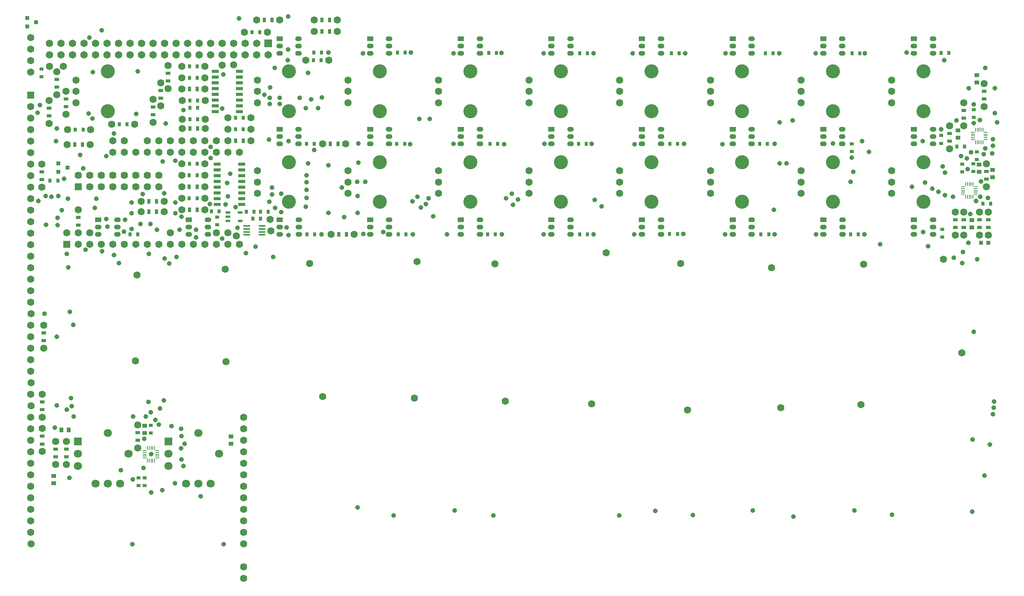
<source format=gts>
%FSLAX33Y33*%
%MOMM*%
%AMRect-W741421-H941421-RO1.000*
21,1,0.741421,0.941421,0.,0.,180*%
%AMRR-H1089615-W1469615-R544807-RO0.000*
21,1,0.380001,1.089615,0.,0.,360*
21,1,1.469615,0.000001,0.,0.,360*
1,1,1.089614,-0.1900005,0.0000005*
1,1,1.089614,0.1900005,0.0000005*
1,1,1.089614,0.1900005,-0.0000005*
1,1,1.089614,-0.1900005,-0.0000005*%
%AMRR-H192474-W893701-R96237-RO0.000*
21,1,0.701227,0.192474,0.,0.,360*
1,1,0.192474,-0.3506135,0.*
1,1,0.192474,0.3506135,0.*
1,1,0.192474,0.3506135,-0.*
1,1,0.192474,-0.3506135,0.*%
%AMRR-H893701-W192474-R96237-RO0.000*
21,1,0.192474,0.701227,0.,0.,360*
1,1,0.192474,0.,0.3506135*
1,1,0.192474,0.,0.3506135*
1,1,0.192474,0.,-0.3506135*
1,1,0.192474,-0.,-0.3506135*%
%AMRect-W670710-H870710-RO0.500*
21,1,0.67071,0.87071,0.,0.,270*%
%AMRect-W842120-H941421-RO0.500*
21,1,0.84212,0.941421,0.,0.,270*%
%AMRect-W741421-H941421-RO1.500*
21,1,0.741421,0.941421,0.,0.,90*%
%AMRect-W800000-H900000-RO0.500*
21,1,0.8,0.9,0.,0.,270*%
%AMRect-W741421-H941421-RO0.500*
21,1,0.741421,0.941421,0.,0.,270*%
%AMRect-W670710-H870710-RO1.000*
21,1,0.67071,0.87071,0.,0.,180*%
%AMRect-W842120-H941421-RO1.500*
21,1,0.84212,0.941421,0.,0.,90*%
%AMRect-W670710-H870710-RO1.500*
21,1,0.67071,0.87071,0.,0.,90*%
%AMRect-W893701-H192474-RO1.000*
21,1,0.893701,0.192474,0.,0.,180*%
%AMRR-H192474-W893701-R96237-RO1.000*
21,1,0.701227,0.192474,0.,0.,180*
1,1,0.192474,0.3506135,-0.*
1,1,0.192474,-0.3506135,-0.*
1,1,0.192474,-0.3506135,0.*
1,1,0.192474,0.3506135,0.*%
%AMRR-H893701-W192474-R96237-RO1.000*
21,1,0.192474,0.701227,0.,0.,180*
1,1,0.192474,0.,-0.3506135*
1,1,0.192474,-0.,-0.3506135*
1,1,0.192474,-0.,0.3506135*
1,1,0.192474,0.,0.3506135*%
%AMRect-W1650000-H1650000-RO0.500*
21,1,1.65,1.65,0.,0.,270*%
%AMRect-W842120-H941421-RO1.000*
21,1,0.84212,0.941421,0.,0.,180*%
%AMRect-W600000-H1500000-RO1.500*
21,1,0.6,1.5,0.,0.,90*%
%AMRect-W1600000-H1600000-RO0.500*
21,1,1.6,1.6,0.,0.,270*%
%AMRect-W1600000-H300000-RO1.000*
21,1,1.6,0.3,0.,0.,180*%
%AMRR-H300000-W1600000-R150000-RO1.000*
21,1,1.3,0.3,0.,0.,180*
1,1,0.3,0.65,-0.*
1,1,0.3,-0.65,-0.*
1,1,0.3,-0.65,0.*
1,1,0.3,0.65,0.*%
%AMRR-H300000-W1600000-R150000-RO0.000*
21,1,1.3,0.3,0.,0.,360*
1,1,0.3,-0.65,0.*
1,1,0.3,0.65,0.*
1,1,0.3,0.65,-0.*
1,1,0.3,-0.65,0.*%
%ADD10C,1.0668*%
%ADD11C,1.6*%
%ADD12Rect-W741421-H941421-RO1.000*%
%ADD13R,0.67071X0.87071*%
%ADD14R,1.469615X1.089615*%
%ADD15RR-H1089615-W1469615-R544807-RO0.000*%
%ADD16C,1.6*%
%ADD17R,1.8X1.8*%
%ADD18C,1.8*%
%ADD19R,0.741421X0.941421*%
%ADD20C,1.6*%
%ADD21R,0.893701X0.192474*%
%ADD22RR-H192474-W893701-R96237-RO0.000*%
%ADD23RR-H893701-W192474-R96237-RO0.000*%
%ADD24Rect-W670710-H870710-RO0.500*%
%ADD25Rect-W842120-H941421-RO0.500*%
%ADD26C,3.1*%
%ADD27C,1.6*%
%ADD28Rect-W741421-H941421-RO1.500*%
%ADD29Rect-W800000-H900000-RO0.500*%
%ADD30R,1.62X1.62*%
%ADD31C,1.62*%
%ADD32Rect-W741421-H941421-RO0.500*%
%ADD33Rect-W670710-H870710-RO1.000*%
%ADD34Rect-W842120-H941421-RO1.500*%
%ADD35Rect-W670710-H870710-RO1.500*%
%ADD36R,1.6X1.6*%
%ADD37Rect-W893701-H192474-RO1.000*%
%ADD38RR-H192474-W893701-R96237-RO1.000*%
%ADD39RR-H893701-W192474-R96237-RO1.000*%
%ADD40C,1.65*%
%ADD41Rect-W1650000-H1650000-RO0.500*%
%ADD42R,1.05X0.6*%
%ADD43Rect-W842120-H941421-RO1.000*%
%ADD44Rect-W600000-H1500000-RO1.500*%
%ADD45R,0.84212X0.941421*%
%ADD46Rect-W1600000-H1600000-RO0.500*%
%ADD47Rect-W1600000-H300000-RO1.000*%
%ADD48RR-H300000-W1600000-R150000-RO1.000*%
%ADD49RR-H300000-W1600000-R150000-RO0.000*%
D10*
%LNtop solder mask_traces*%
G01*
X206550Y86736D03*
X34925Y85500D03*
X5017Y106950D03*
X196309Y118554D03*
X55765Y107225D03*
X90825Y86425D03*
X66400Y106275D03*
X210725Y17275D03*
X200325Y89875D03*
X31275Y36450D03*
X18700Y74725D03*
X210375Y82900D03*
X59792Y126500D03*
X109125Y87400D03*
X12052Y40500D03*
X21365Y73850D03*
X8718Y101803D03*
X156210Y78445D03*
X28376Y38225D03*
X207294Y103556D03*
X27750Y87308D03*
X52584Y75750D03*
X63850Y88275D03*
X8300Y35775D03*
X213475Y25175D03*
X199848Y98990D03*
X116332Y98445D03*
X68700Y83175D03*
X36244Y82325D03*
X64235Y94125D03*
X215175Y96333D03*
X19650Y81800D03*
X67218Y108687D03*
X8750Y40675D03*
X75150Y83185D03*
X21325Y100725D03*
X215575Y41525D03*
X4656Y85825D03*
X186495Y98990D03*
X12400Y58425D03*
X127229Y78475D03*
X215300Y97975D03*
X8875Y80445D03*
X90175Y85100D03*
X203350Y87821D03*
X88775Y103925D03*
X201016Y75844D03*
X204225Y93400D03*
X156362Y118445D03*
X187096Y118450D03*
X211060Y103022D03*
X212500Y86736D03*
X206705Y73304D03*
X23800Y81645D03*
X63675Y106275D03*
X197450Y88925D03*
X36275Y28725D03*
X29016Y41450D03*
X42725Y95325D03*
X213267Y96150D03*
X208340Y95725D03*
X135865Y118445D03*
X75336Y94310D03*
X109400Y84950D03*
X209600Y95175D03*
X86919Y118575D03*
X7600Y86725D03*
X55640Y85670D03*
X29550Y29971D03*
X8750Y55850D03*
X10975Y74150D03*
X76417Y78562D03*
X71671Y88775D03*
X36150Y35540D03*
X116180Y78445D03*
X9100Y86875D03*
X30887Y79481D03*
X31525Y39990D03*
X50475Y74261D03*
X187975Y96660D03*
X211060Y107163D03*
X23580Y79025D03*
X214650Y32075D03*
X26625Y114422D03*
X190475Y76212D03*
X13925Y95975D03*
X15981Y121900D03*
X127229Y118425D03*
X18650Y123475D03*
X39500Y79500D03*
X186950Y78450D03*
X19950Y80125D03*
X39484Y77750D03*
X146990Y78500D03*
X10975Y39750D03*
X6000Y60960D03*
X176200Y118445D03*
X147396Y118425D03*
X8592Y99035D03*
X29554Y21488D03*
X149125Y16450D03*
X215775Y110675D03*
X45466Y113716D03*
X210015Y110693D03*
X36700Y105855D03*
X15100Y75050D03*
X48600Y79900D03*
X128975Y84625D03*
X35843Y79431D03*
X204750Y92116D03*
X36150Y31164D03*
X8875Y82085D03*
X116154Y118445D03*
X54550Y109225D03*
X168199Y118450D03*
X33550Y72050D03*
X215500Y40175D03*
X6325Y86875D03*
X169800Y94125D03*
X107865Y86400D03*
X210490Y96590D03*
X16650Y104050D03*
X25450Y10025D03*
X32106Y94500D03*
X96317Y98445D03*
X72187Y82296D03*
X171150Y103625D03*
X75150Y86950D03*
X76860Y90068D03*
X96575Y17450D03*
X201975Y88525D03*
X35125Y73450D03*
X34925Y94700D03*
X184510Y92275D03*
X40525Y20650D03*
X180035Y98552D03*
X45985Y85055D03*
X208559Y72060D03*
X107467Y98323D03*
X17475Y86284D03*
X178003Y118445D03*
X36650Y27300D03*
X29421Y80750D03*
X32775Y102900D03*
X215350Y38725D03*
X204591Y116916D03*
X136246Y98349D03*
X6400Y80550D03*
X48231Y84494D03*
X91025Y103925D03*
X184800Y17450D03*
X11650Y61325D03*
X214224Y86450D03*
X12500Y38225D03*
X215300Y99471D03*
X68707Y118554D03*
X105075Y16425D03*
X58304Y87454D03*
X45600Y10000D03*
X25265Y83142D03*
X193075Y16575D03*
X32489Y87525D03*
X46330Y89810D03*
X68704Y93675D03*
X147142Y98445D03*
X215775Y105175D03*
X34925Y83075D03*
X86766Y98349D03*
X176301Y78450D03*
X212675Y90148D03*
X110500Y86175D03*
X17165Y84322D03*
X19700Y95750D03*
X62331Y108550D03*
X47015Y91829D03*
X32410Y41750D03*
X75336Y98480D03*
X29454Y39125D03*
X167157Y98445D03*
X167157Y78450D03*
X26311Y105000D03*
X204750Y87075D03*
X27844Y26925D03*
X57950Y107225D03*
X209956Y76581D03*
X136169Y78445D03*
X34825Y23500D03*
X32000Y22000D03*
X55765Y108550D03*
X96291Y118445D03*
X56856Y115189D03*
X46482Y86850D03*
X58297Y83400D03*
X91821Y82398D03*
X168250Y94125D03*
X64850Y108225D03*
X89070Y84375D03*
X28050Y33331D03*
X87351Y78450D03*
X14605Y93029D03*
X42554Y85104D03*
X132900Y16375D03*
X59848Y78303D03*
X45250Y77535D03*
X211600Y85806D03*
X15750Y105100D03*
X16675Y114249D03*
X29075Y74125D03*
X213677Y97392D03*
X25601Y38225D03*
X25280Y85505D03*
X88350Y86725D03*
X25225Y79675D03*
X55575Y99339D03*
X87200Y85700D03*
X27203Y80750D03*
X80775Y78990D03*
X183900Y90025D03*
X67158Y78445D03*
X56225Y87250D03*
X32500Y73150D03*
X55850Y110875D03*
X212421Y103705D03*
X184200Y95377D03*
X57981Y108550D03*
X64198Y114071D03*
X140800Y17375D03*
X48975Y126111D03*
X63825Y91450D03*
X36275Y33921D03*
X171350Y16100D03*
X65600Y97075D03*
X127475Y86050D03*
X56525Y73491D03*
X76302Y118445D03*
X42725Y97714D03*
X25500Y24380D03*
X63671Y84550D03*
X210875Y33125D03*
X209750Y92838D03*
X9850Y83790D03*
X216275Y103200D03*
X167000Y83875D03*
X208767Y74524D03*
X11287Y71200D03*
X22887Y26388D03*
X36906Y32207D03*
X56225Y88764D03*
X10350Y90750D03*
X22500Y72100D03*
X30485Y37490D03*
X59792Y119232D03*
X63825Y86500D03*
X213625Y115200D03*
X59700Y116850D03*
X75150Y18200D03*
X11218Y86300D03*
X59487Y79930D03*
X106934Y78445D03*
X56900Y84252D03*
X34050Y36144D03*
X94894Y78445D03*
X59848Y98990D03*
X126797Y98445D03*
X75006Y90068D03*
X11520Y24654D03*
X203875Y101645D03*
X11850Y42325D03*
X168294Y103175D03*
X211825Y72975D03*
X162325Y17525D03*
X4500Y105290D03*
X106883Y118475D03*
X211125Y56975D03*
X155677Y98323D03*
X199945Y78990D03*
X83125Y16425D03*
X63825Y90000D03*
X45244Y106250D03*
%LNtop solder mask component 2cb417fd89b64ff1*%
D11*
X70675Y125755D03*
X65595Y125755D03*
D12*
X68985Y125755D03*
X67285Y125755D03*
%LNtop solder mask component cb32256eb6e29e30*%
D13*
X84075Y78445D03*
X85775Y78445D03*
%LNtop solder mask component 50e8ad344c7d4b8f*%
D14*
X177900Y101645D03*
D15*
X182100Y98445D03*
X177900Y98445D03*
X182100Y101645D03*
X182100Y100045D03*
X177900Y100045D03*
%LNtop solder mask component 2e96c5ec09cc2bff*%
D16*
X43970Y78805D03*
%LNtop solder mask component 7be21fa8212241c2*%
D17*
X13400Y32700D03*
D18*
X13400Y30000D03*
X13400Y27300D03*
X17300Y23400D03*
X20000Y23400D03*
X22700Y23400D03*
X20000Y34600D03*
X24600Y30000D03*
%LNtop solder mask component 87d4757989b5faab*%
D19*
X48204Y104205D03*
X49904Y104205D03*
D20*
X46514Y104205D03*
X51594Y104205D03*
%LNtop solder mask component ac3db5670584ae1c*%
D21*
X210936Y100975D03*
D22*
X210936Y100575D03*
X210936Y100175D03*
X210936Y99775D03*
X210936Y99375D03*
X213714Y99375D03*
X213714Y99775D03*
X213714Y100175D03*
X213714Y100575D03*
X213714Y100975D03*
D23*
X211525Y98786D03*
X211925Y98786D03*
X212325Y98786D03*
X212725Y98786D03*
X213125Y98786D03*
X213125Y101564D03*
X212725Y101564D03*
X212325Y101564D03*
X211925Y101564D03*
X211525Y101564D03*
%LNtop solder mask component fae2ab7ca5d4c9bc*%
D20*
X67425Y42675D03*
%LNtop solder mask component b027ff144b44c17e*%
D24*
X211793Y96669D03*
X211793Y94969D03*
%LNtop solder mask component 208970e27ef767f2*%
D14*
X97900Y121645D03*
D15*
X102100Y118445D03*
X97900Y118445D03*
X102100Y121645D03*
X102100Y120045D03*
X97900Y120045D03*
%LNtop solder mask component e6c093e4fb0ef7fd*%
D14*
X137900Y101645D03*
D15*
X142100Y98445D03*
X137900Y98445D03*
X142100Y101645D03*
X142100Y100045D03*
X137900Y100045D03*
%LNtop solder mask component cb78a816f7b119bb*%
D25*
X8029Y25075D03*
X8029Y23475D03*
%LNtop solder mask component bec0dda99b6ebd7c*%
D16*
X132990Y92500D03*
X132990Y90000D03*
X132990Y87500D03*
D26*
X140000Y94394D03*
X140000Y85606D03*
%LNtop solder mask component 0c936e703266551f*%
D20*
X50000Y10160D03*
%LNtop solder mask component 7f1e47caf152ae98*%
D13*
X65480Y118554D03*
X67180Y118554D03*
%LNtop solder mask component 58a1288a180aeb08*%
D27*
X207025Y78248D03*
X207025Y83328D03*
D28*
X207025Y79938D03*
X207025Y81638D03*
%LNtop solder mask component 101642b7feb7559f*%
D13*
X63950Y78450D03*
X65650Y78450D03*
%LNtop solder mask component 4aa0ec8f7d4abd44*%
X104300Y98445D03*
X106000Y98445D03*
%LNtop solder mask component 5dcb23a1593b6b07*%
D29*
X2200Y126200D03*
X2200Y124300D03*
X4200Y125250D03*
%LNtop solder mask component a545dc4cd47ee866*%
D16*
X33810Y78805D03*
%LNtop solder mask component 042c4324a2a84e17*%
X52990Y112500D03*
X52990Y110000D03*
X52990Y107500D03*
D26*
X60000Y114394D03*
X60000Y105606D03*
%LNtop solder mask component e0f9281280bdbcf4*%
D16*
X92990Y92500D03*
X92990Y90000D03*
X92990Y87500D03*
D26*
X100000Y94394D03*
X100000Y85606D03*
%LNtop solder mask component 39d65e26780576d4*%
D13*
X164150Y78445D03*
X165850Y78445D03*
%LNtop solder mask component d38423d823e8d2e1*%
D14*
X17900Y81645D03*
D15*
X22100Y78445D03*
X17900Y78445D03*
X22100Y81645D03*
X22100Y80045D03*
X17900Y80045D03*
%LNtop solder mask component cfb32474af56c8fe*%
D30*
X13510Y88975D03*
D31*
X16050Y88975D03*
X18590Y88975D03*
X21130Y88975D03*
X23670Y88975D03*
X26210Y88975D03*
X28750Y88975D03*
X31290Y88975D03*
X13510Y91515D03*
X16050Y91515D03*
X18590Y91515D03*
X21130Y91515D03*
X23670Y91515D03*
X26210Y91515D03*
X28750Y91515D03*
X31290Y91515D03*
%LNtop solder mask component edd2f8c4690b01ba*%
D20*
X46050Y50343D03*
%LNtop solder mask component 6f74c3785349d0d5*%
D13*
X124175Y78445D03*
X125875Y78445D03*
%LNtop solder mask component 26c1b4b607a29686*%
D24*
X5375Y114925D03*
X5375Y113225D03*
%LNtop solder mask component 7d0a4e2d061378cf*%
D11*
X41438Y83885D03*
X36358Y83885D03*
D12*
X39748Y83885D03*
X38048Y83885D03*
%LNtop solder mask component 19b7ae7034783336*%
D16*
X214348Y83395D03*
X214348Y78315D03*
D32*
X214348Y81705D03*
X214348Y80005D03*
%LNtop solder mask component 3cf36ddb64d95e52*%
D27*
X212350Y78315D03*
X212350Y83395D03*
D28*
X212350Y80005D03*
X212350Y81705D03*
%LNtop solder mask component 8ce11e64e60d2ce9*%
D13*
X144000Y78554D03*
X145700Y78554D03*
%LNtop solder mask component ab15ae813f6f3aa1*%
X184275Y118450D03*
X185975Y118450D03*
%LNtop solder mask component 0e368f23a025e6cc*%
X63900Y98445D03*
X65600Y98445D03*
%LNtop solder mask component 01c29c7f8cfffb4b*%
X83950Y118575D03*
X85650Y118575D03*
%LNtop solder mask component 32cc1e32022eae04*%
D27*
X7050Y102935D03*
X7050Y108015D03*
D28*
X7050Y104625D03*
X7050Y106325D03*
%LNtop solder mask component adf83d82d2d88d45*%
D20*
X45949Y70725D03*
%LNtop solder mask component 840a2754f238af4d*%
D16*
X43970Y99125D03*
%LNtop solder mask component e85196ca949464c4*%
D33*
X39819Y106385D03*
X38119Y106385D03*
%LNtop solder mask component ab2fc442c780097c*%
D34*
X211800Y111951D03*
X211800Y113550D03*
%LNtop solder mask component 5154ed8cd176cc8c*%
D16*
X41430Y99125D03*
%LNtop solder mask component d62bc96d87e5019c*%
D20*
X50000Y2540D03*
%LNtop solder mask component f7f6a4059ef4b564*%
D16*
X72990Y112500D03*
X72990Y110000D03*
X72990Y107500D03*
D26*
X80000Y114394D03*
X80000Y105606D03*
%LNtop solder mask component 478e18b4a5e21ed9*%
D27*
X3000Y114300D03*
X3000Y116840D03*
%LNtop solder mask component 2e9ef28c2831b1bc*%
D14*
X57972Y81645D03*
D15*
X62172Y78445D03*
X57972Y78445D03*
X62172Y81645D03*
X62172Y80045D03*
X57972Y80045D03*
%LNtop solder mask component 28689b4c8158a79f*%
D11*
X74390Y78445D03*
X69310Y78445D03*
D12*
X72700Y78445D03*
X71000Y78445D03*
%LNtop solder mask component ffc4da092a9a4fc5*%
D16*
X28730Y99125D03*
%LNtop solder mask component 7b562a51c2d66994*%
D13*
X104050Y118475D03*
X105750Y118475D03*
%LNtop solder mask component 44887bd3d44aa71f*%
D16*
X8745Y114365D03*
X8745Y109285D03*
D32*
X8745Y112675D03*
X8745Y110975D03*
%LNtop solder mask component dece1cff8e284f1a*%
D16*
X36358Y99125D03*
%LNtop solder mask component 98269289897f6ba6*%
D24*
X210985Y94005D03*
X210985Y92305D03*
%LNtop solder mask component 422269f795c4b49e*%
D34*
X47200Y32250D03*
X47200Y33850D03*
%LNtop solder mask component a86400f42089c71c*%
D13*
X144025Y98445D03*
X145725Y98445D03*
%LNtop solder mask component a43a26ad2d4eb14a*%
D16*
X152990Y112500D03*
X152990Y110000D03*
X152990Y107500D03*
D26*
X160000Y114394D03*
X160000Y105606D03*
%LNtop solder mask component 89ac62f37abc9e14*%
D16*
X21110Y99125D03*
%LNtop solder mask component c392bcdfea8d8ea2*%
D20*
X47780Y115900D03*
%LNtop solder mask component e784ba3ac1935508*%
D27*
X31700Y106776D03*
X31700Y111856D03*
D28*
X31700Y108466D03*
X31700Y110166D03*
%LNtop solder mask component c74a98aa77dc13b3*%
D13*
X24930Y78445D03*
X26630Y78445D03*
%LNtop solder mask component 43a2ab67652ac8d7*%
D35*
X203875Y98550D03*
X203875Y100250D03*
%LNtop solder mask component 3657576657a30115*%
D20*
X50000Y5080D03*
%LNtop solder mask component 3f41394d43e5d88f*%
X10225Y115525D03*
%LNtop solder mask component 03a79ee4714a553f*%
D16*
X172990Y92500D03*
X172990Y90000D03*
X172990Y87500D03*
D26*
X180000Y94394D03*
X180000Y85606D03*
%LNtop solder mask component 37922efdc8d51755*%
D36*
X10975Y76265D03*
D20*
X13515Y76265D03*
X16055Y76265D03*
X18595Y76265D03*
X21135Y76265D03*
X23675Y76265D03*
X26215Y76265D03*
X28755Y76265D03*
X31295Y76265D03*
X33835Y76265D03*
X36375Y76265D03*
X38915Y76265D03*
X41455Y76265D03*
X43995Y76265D03*
X46535Y76265D03*
X49075Y76265D03*
X49075Y96585D03*
X46535Y96585D03*
X43995Y96585D03*
X41455Y96585D03*
X38915Y96585D03*
X36375Y96585D03*
X33835Y96585D03*
X31295Y96585D03*
X28755Y96585D03*
X26215Y96585D03*
X23675Y96585D03*
X21135Y96585D03*
%LNtop solder mask component aa580201ffaa89d6*%
X50000Y20320D03*
%LNtop solder mask component af7c4f35f2bc9333*%
D34*
X210717Y79955D03*
X210717Y81554D03*
%LNtop solder mask component af1981297f4010f7*%
D16*
X23650Y99125D03*
%LNtop solder mask component b8b07e4af1db7061*%
D11*
X57975Y125755D03*
X52895Y125755D03*
D12*
X56285Y125755D03*
X54585Y125755D03*
%LNtop solder mask component 4084996067ccbf65*%
D37*
X211539Y87325D03*
D38*
X211539Y87725D03*
X211539Y88125D03*
X211539Y88525D03*
X211539Y88925D03*
X208761Y88925D03*
X208761Y88525D03*
X208761Y88125D03*
X208761Y87725D03*
X208761Y87325D03*
D39*
X210950Y89514D03*
X210550Y89514D03*
X210150Y89514D03*
X209750Y89514D03*
X209350Y89514D03*
X209350Y86736D03*
X209750Y86736D03*
X210150Y86736D03*
X210550Y86736D03*
X210950Y86736D03*
%LNtop solder mask component 110faed1cc146b02*%
D27*
X33300Y110636D03*
X33300Y115716D03*
D28*
X33300Y112326D03*
X33300Y114026D03*
%LNtop solder mask component 9606dd0b3b4181df*%
D35*
X44175Y80590D03*
X44175Y82290D03*
%LNtop solder mask component 03a6b9848fb8370e*%
D20*
X107747Y41650D03*
%LNtop solder mask component 22e543a28086d96e*%
D11*
X70675Y123215D03*
X65595Y123215D03*
D12*
X68985Y123215D03*
X67285Y123215D03*
%LNtop solder mask component 5baf418b44386f3e*%
D11*
X41509Y101841D03*
X36429Y101841D03*
D12*
X39819Y101841D03*
X38119Y101841D03*
%LNtop solder mask component 0711ebfc8202c0ed*%
D13*
X144400Y118425D03*
X146100Y118425D03*
%LNtop solder mask component ffb1b8a22baaf954*%
D29*
X9085Y94150D03*
X9085Y92250D03*
X11085Y93200D03*
%LNtop solder mask component 7fd2e291fd359170*%
D20*
X50000Y27940D03*
%LNtop solder mask component 7583a494c62a08c3*%
X50000Y15240D03*
%LNtop solder mask component 2ce9bceb47a0c645*%
D40*
X52860Y120650D03*
X50320Y120650D03*
X47780Y120650D03*
X45240Y120650D03*
X42700Y120650D03*
X40160Y120650D03*
X37620Y120650D03*
X35080Y120650D03*
X32540Y120650D03*
X30000Y120650D03*
X27460Y120650D03*
X24920Y120650D03*
X22380Y120650D03*
X19840Y120650D03*
X17300Y120650D03*
X14760Y120650D03*
X12220Y120650D03*
X9680Y120650D03*
X7140Y120650D03*
X55400Y118110D03*
X52860Y118110D03*
X50320Y118110D03*
X47780Y118110D03*
X45240Y118110D03*
X42700Y118110D03*
X40160Y118110D03*
X37620Y118110D03*
X35080Y118110D03*
X32540Y118110D03*
X30000Y118110D03*
X27460Y118110D03*
X24920Y118110D03*
X22380Y118110D03*
X19840Y118110D03*
X17300Y118110D03*
X14760Y118110D03*
X12220Y118110D03*
X9680Y118110D03*
X7140Y118110D03*
D41*
X55400Y120650D03*
%LNtop solder mask component d1b8988840d6d78f*%
D16*
X46510Y78805D03*
%LNtop solder mask component 51d1d5a90901b739*%
D42*
X46510Y83300D03*
X46510Y82350D03*
X46510Y81400D03*
X49210Y81400D03*
X49210Y83300D03*
%LNtop solder mask component 116d0418d04e5f4f*%
D13*
X103850Y78455D03*
X105550Y78455D03*
%LNtop solder mask component 14933e70956be4d4*%
D43*
X11396Y35304D03*
X9797Y35304D03*
%LNtop solder mask component a9a86f59fad873e5*%
D24*
X28173Y24715D03*
X28173Y23015D03*
%LNtop solder mask component b8f167eb817f45c9*%
D16*
X13490Y83835D03*
X13490Y78755D03*
D32*
X13490Y82145D03*
X13490Y80445D03*
%LNtop solder mask component 8d538f7f95303938*%
D44*
X49575Y85030D03*
X49575Y86300D03*
X49575Y87570D03*
X49575Y88840D03*
X49575Y90110D03*
X49575Y91380D03*
X49575Y92650D03*
X49575Y93920D03*
X44175Y93920D03*
X44175Y92650D03*
X44175Y91380D03*
X44175Y90110D03*
X44175Y88840D03*
X44175Y87570D03*
X44175Y86300D03*
X44175Y85030D03*
%LNtop solder mask component 8d773e40d9ff8c97*%
D19*
X51867Y123047D03*
X53567Y123047D03*
D20*
X50177Y123047D03*
X55257Y123047D03*
%LNtop solder mask component 362fc440c7609de4*%
D14*
X77900Y121645D03*
D15*
X82100Y118445D03*
X77900Y118445D03*
X82100Y121645D03*
X82100Y120045D03*
X77900Y120045D03*
%LNtop solder mask component 2855dc77c2e8dde1*%
D13*
X7265Y90315D03*
X8965Y90315D03*
%LNtop solder mask component 22777a1fd5ef78f6*%
D14*
X157900Y81645D03*
D15*
X162100Y78445D03*
X157900Y78445D03*
X162100Y81645D03*
X162100Y80045D03*
X157900Y80045D03*
%LNtop solder mask component 8daf806579074e6c*%
D20*
X50000Y12700D03*
%LNtop solder mask component 20eaf199acc821e9*%
X87675Y42300D03*
%LNtop solder mask component 835bc4b13f0791df*%
X7140Y115525D03*
%LNtop solder mask component 3f34ece6ffbf9a07*%
D13*
X50549Y83414D03*
X52249Y83414D03*
%LNtop solder mask component 1b8cbfd094050d32*%
D14*
X97900Y81645D03*
D15*
X102100Y78445D03*
X97900Y78445D03*
X102100Y81645D03*
X102100Y80045D03*
X97900Y80045D03*
%LNtop solder mask component 051bcd12e4b16a5d*%
D20*
X26441Y69475D03*
%LNtop solder mask component fa4b46b3c3d02d04*%
X48375Y78075D03*
%LNtop solder mask component 15295c3f1cff3500*%
X45240Y115825D03*
%LNtop solder mask component f89053a2e4f60840*%
D16*
X5560Y35565D03*
X5560Y30485D03*
D32*
X5560Y33875D03*
X5560Y32175D03*
%LNtop solder mask component 76f14d7369327f0d*%
D24*
X211090Y105990D03*
X211090Y104290D03*
%LNtop solder mask component 5a332b9c7c6b454e*%
D27*
X8500Y27620D03*
X8500Y32700D03*
D28*
X8500Y29310D03*
X8500Y31010D03*
%LNtop solder mask component 3d096520bff5873b*%
D16*
X205725Y102435D03*
X205725Y97355D03*
D32*
X205725Y100745D03*
X205725Y99045D03*
%LNtop solder mask component 0b32193e593047df*%
D14*
X177950Y81650D03*
D15*
X182150Y78450D03*
X177950Y78450D03*
X182150Y81650D03*
X182150Y80050D03*
X177950Y80050D03*
%LNtop solder mask component 76bc64773c60f07c*%
D27*
X3000Y119380D03*
X3000Y121920D03*
%LNtop solder mask component 2b1495a865a6849a*%
D20*
X208450Y52325D03*
%LNtop solder mask component 0140c6c654e9dc5b*%
X50000Y33020D03*
%LNtop solder mask component 5ebd81450b63c694*%
D14*
X37900Y81645D03*
D15*
X42100Y78445D03*
X37900Y78445D03*
X42100Y81645D03*
X42100Y80045D03*
X37900Y80045D03*
%LNtop solder mask component 3b85729fa308793e*%
D20*
X105450Y71925D03*
%LNtop solder mask component fa4405ad7fde1e15*%
D16*
X192990Y112500D03*
X192990Y110000D03*
X192990Y107500D03*
D26*
X200000Y114394D03*
X200000Y105606D03*
%LNtop solder mask component 3244838e2437b951*%
D16*
X5850Y58400D03*
X5850Y53320D03*
D32*
X5850Y56710D03*
X5850Y55010D03*
%LNtop solder mask component 4d63013c9b8810b0*%
D25*
X28138Y36177D03*
X28138Y34577D03*
%LNtop solder mask component f7b75df1bdf2f181*%
D20*
X50000Y25400D03*
%LNtop solder mask component 4705e07a40114c09*%
D19*
X37999Y86425D03*
X39699Y86425D03*
D20*
X36309Y86425D03*
X41389Y86425D03*
%LNtop solder mask component b486b3018109de37*%
D14*
X177900Y121645D03*
D15*
X182100Y118445D03*
X177900Y118445D03*
X182100Y121645D03*
X182100Y120045D03*
X177900Y120045D03*
%LNtop solder mask component 01015ca45b8bb0bc*%
D11*
X72465Y98455D03*
X67385Y98455D03*
D12*
X70775Y98455D03*
X69075Y98455D03*
%LNtop solder mask component 794c30c688ef4a1d*%
D20*
X55800Y81750D03*
%LNtop solder mask component ef78370791fd3d8b*%
D11*
X41389Y88965D03*
X36309Y88965D03*
D12*
X39699Y88965D03*
X37999Y88965D03*
%LNtop solder mask component e572c9809e58cf0f*%
D14*
X117900Y101645D03*
D15*
X122100Y98445D03*
X117900Y98445D03*
X122100Y101645D03*
X122100Y100045D03*
X117900Y100045D03*
%LNtop solder mask component 2acf0be01d619105*%
D14*
X77900Y81645D03*
D15*
X82100Y78445D03*
X77900Y78445D03*
X82100Y81645D03*
X82100Y80045D03*
X77900Y80045D03*
%LNtop solder mask component 948a008d14176e07*%
D20*
X50000Y17780D03*
%LNtop solder mask component adc1909596e3bd48*%
X50000Y38100D03*
%LNtop solder mask component 6df6cc68a2bdf09c*%
D13*
X124125Y118425D03*
X125825Y118425D03*
%LNtop solder mask component ad1c61057d5f85b7*%
D14*
X197900Y81645D03*
D15*
X202100Y78445D03*
X197900Y78445D03*
X202100Y81645D03*
X202100Y80045D03*
X197900Y80045D03*
%LNtop solder mask component ab6498ba432a0b55*%
D19*
X12850Y101525D03*
X14550Y101525D03*
D20*
X11160Y101525D03*
X16240Y101525D03*
%LNtop solder mask component 0cff4b9a53bad90f*%
D14*
X157900Y121645D03*
D15*
X162100Y118445D03*
X157900Y118445D03*
X162100Y121645D03*
X162100Y120045D03*
X157900Y120045D03*
%LNtop solder mask component ca5038e2ccbbc460*%
D14*
X197900Y121645D03*
D15*
X202100Y118445D03*
X197900Y118445D03*
X202100Y121645D03*
X202100Y120045D03*
X197900Y120045D03*
%LNtop solder mask component 3c2ce17cf2a01d3a*%
D20*
X88250Y72475D03*
%LNtop solder mask component 5a4116c7e9b3a324*%
D16*
X72990Y92500D03*
X72990Y90000D03*
X72990Y87500D03*
D26*
X80000Y94394D03*
X80000Y85606D03*
%LNtop solder mask component e20cf9e83588ac86*%
D45*
X212699Y76581D03*
X214299Y76581D03*
%LNtop solder mask component 020795961396f96f*%
D20*
X166450Y71120D03*
%LNtop solder mask component 76a76e9b6007d48c*%
D16*
X112990Y92500D03*
X112990Y90000D03*
X112990Y87500D03*
D26*
X120000Y94394D03*
X120000Y85606D03*
%LNtop solder mask component 00c8401b6cf4bd8f*%
D24*
X204125Y79567D03*
X204125Y77867D03*
%LNtop solder mask component 179472fd52466dca*%
D16*
X38890Y99125D03*
%LNtop solder mask component 33bb1b4331bcb5f2*%
X172990Y112500D03*
X172990Y110000D03*
X172990Y107500D03*
D26*
X180000Y114394D03*
X180000Y105606D03*
%LNtop solder mask component 9fbf70fbd30795f4*%
D33*
X53695Y81960D03*
X51995Y81960D03*
%LNtop solder mask component 91ad611b2d09aec1*%
D20*
X50000Y30480D03*
%LNtop solder mask component f2b8dcf9fc5b61b9*%
D13*
X203900Y118500D03*
X205600Y118500D03*
%LNtop solder mask component 1aa80e2305d3c3f5*%
D19*
X65396Y116850D03*
X67096Y116850D03*
D20*
X63706Y116850D03*
X68786Y116850D03*
%LNtop solder mask component 7402d1aeef7f3f20*%
X50000Y35560D03*
%LNtop solder mask component 4f76a2a9eaa2a2fe*%
D14*
X97900Y101645D03*
D15*
X102100Y98445D03*
X97900Y98445D03*
X102100Y101645D03*
X102100Y100045D03*
X97900Y100045D03*
%LNtop solder mask component e8b37e7f08e4b4ce*%
D11*
X51594Y99125D03*
X46514Y99125D03*
D12*
X49904Y99125D03*
X48204Y99125D03*
%LNtop solder mask component 3da4608edc6e80ef*%
D33*
X214856Y85200D03*
X213156Y85200D03*
%LNtop solder mask component 1376364b9f4b7526*%
D44*
X49075Y105555D03*
X49075Y106825D03*
X49075Y108095D03*
X49075Y109365D03*
X49075Y110635D03*
X49075Y111905D03*
X49075Y113175D03*
X49075Y114445D03*
X43675Y114445D03*
X43675Y113175D03*
X43675Y111905D03*
X43675Y110635D03*
X43675Y109365D03*
X43675Y108095D03*
X43675Y106825D03*
X43675Y105555D03*
%LNtop solder mask component 511370af6c7919eb*%
D20*
X26111Y50495D03*
%LNtop solder mask component 7e7211f8812d17fd*%
D35*
X26775Y23015D03*
X26775Y24715D03*
%LNtop solder mask component 264957ead632d6c1*%
D11*
X32489Y85725D03*
X27409Y85725D03*
D12*
X30799Y85725D03*
X29099Y85725D03*
%LNtop solder mask component bfe6143774099665*%
D19*
X38048Y94045D03*
X39748Y94045D03*
D20*
X36358Y94045D03*
X41438Y94045D03*
%LNtop solder mask component 80fbe409ce6ad601*%
D13*
X53695Y83436D03*
X55395Y83436D03*
%LNtop solder mask component 92ba980cb6ada6c2*%
D14*
X57900Y121645D03*
D15*
X62100Y118445D03*
X57900Y118445D03*
X62100Y121645D03*
X62100Y120045D03*
X57900Y120045D03*
%LNtop solder mask component 863ca0b2a523c33c*%
D20*
X186817Y71831D03*
%LNtop solder mask component e2b7cb41e3b42ff7*%
D13*
X207340Y97827D03*
X209040Y97827D03*
%LNtop solder mask component db7c6cb3d87cf7fe*%
D14*
X137900Y81645D03*
D15*
X142100Y78445D03*
X137900Y78445D03*
X142100Y81645D03*
X142100Y80045D03*
X137900Y80045D03*
%LNtop solder mask component 2d214055c5945252*%
D20*
X147900Y39675D03*
%LNtop solder mask component a3a28f654af52e6d*%
D34*
X207635Y99775D03*
X207635Y101374D03*
%LNtop solder mask component aff9f134acc6d168*%
D20*
X126746Y41025D03*
%LNtop solder mask component 90a5760c096e9d9b*%
X186233Y40869D03*
%LNtop solder mask component c928a8fc3e3d20d2*%
D14*
X77900Y101645D03*
D15*
X82100Y98445D03*
X77900Y98445D03*
X82100Y101645D03*
X82100Y100045D03*
X77900Y100045D03*
%LNtop solder mask component b3d7406c263ee182*%
D14*
X157900Y101645D03*
D15*
X162100Y98445D03*
X157900Y98445D03*
X162100Y101645D03*
X162100Y100045D03*
X157900Y100045D03*
%LNtop solder mask component 28b624cef8888489*%
D16*
X33810Y99125D03*
%LNtop solder mask component 037ab21f56739a3d*%
D13*
X123900Y98445D03*
X125600Y98445D03*
%LNtop solder mask component 652fff0cf240bfb2*%
D25*
X212296Y93825D03*
X212296Y92225D03*
%LNtop solder mask component 707e6c11d1cca362*%
D19*
X48204Y101665D03*
X49904Y101665D03*
D20*
X46514Y101665D03*
X51594Y101665D03*
%LNtop solder mask component c1f03332e9856203*%
D16*
X10860Y32700D03*
X10860Y27620D03*
D32*
X10860Y31010D03*
X10860Y29310D03*
%LNtop solder mask component cc6bc24d7f5d853e*%
D16*
X92990Y112500D03*
X92990Y110000D03*
X92990Y107500D03*
D26*
X100000Y114394D03*
X100000Y105606D03*
%LNtop solder mask component 5b22a68f09ffcba4*%
D27*
X26613Y31271D03*
X26613Y36351D03*
D28*
X26613Y32961D03*
X26613Y34661D03*
%LNtop solder mask component 5f39a1bbc8e10a34*%
D24*
X29451Y36262D03*
X29451Y34562D03*
%LNtop solder mask component 109cba4edaa46692*%
D20*
X64575Y72050D03*
%LNtop solder mask component 17d3a0ee983cedc9*%
D19*
X37999Y91505D03*
X39699Y91505D03*
D20*
X36309Y91505D03*
X41389Y91505D03*
%LNtop solder mask component 7c5862ef05c6b57e*%
D16*
X30000Y108286D03*
X30000Y103206D03*
D32*
X30000Y106596D03*
X30000Y104896D03*
%LNtop solder mask component d66d5715dd5ea0f6*%
D13*
X183912Y78450D03*
X185612Y78450D03*
%LNtop solder mask component 3ee2067a7940f73c*%
D19*
X38040Y112992D03*
X39740Y112992D03*
D20*
X36350Y112992D03*
X41430Y112992D03*
%LNtop solder mask component c3bb4e8e86108661*%
D14*
X117900Y81645D03*
D15*
X122100Y78445D03*
X117900Y78445D03*
X122100Y81645D03*
X122100Y80045D03*
X117900Y80045D03*
%LNtop solder mask component b89bd2635b4bd775*%
D13*
X165125Y118450D03*
X166825Y118450D03*
%LNtop solder mask component 4039f8620c22d145*%
D24*
X184200Y98445D03*
X184200Y96745D03*
%LNtop solder mask component 1090ed080a1beb2c*%
D13*
X83800Y98445D03*
X85500Y98445D03*
%LNtop solder mask component d72e272e4740b0c6*%
D16*
X10800Y110000D03*
X10800Y104920D03*
D32*
X10800Y108310D03*
X10800Y106610D03*
%LNtop solder mask component e02c3f52298e31bf*%
D20*
X168478Y40150D03*
%LNtop solder mask component 49beb2a2a790b48d*%
D27*
X213925Y88925D03*
X213925Y94005D03*
D28*
X213925Y90615D03*
X213925Y92315D03*
%LNtop solder mask component 66a2352ef12547e6*%
D11*
X16090Y98275D03*
X11010Y98275D03*
D12*
X14400Y98275D03*
X12700Y98275D03*
%LNtop solder mask component 0286a69b302c7373*%
D20*
X55975Y79250D03*
%LNtop solder mask component f46c31dedb484b98*%
X50000Y22860D03*
%LNtop solder mask component ddb2af37f6a94b60*%
D14*
X57900Y101645D03*
D15*
X62100Y98445D03*
X57900Y98445D03*
X62100Y101645D03*
X62100Y100045D03*
X57900Y100045D03*
%LNtop solder mask component b52b50502c51dacb*%
D14*
X197900Y101645D03*
D15*
X202100Y98445D03*
X197900Y98445D03*
X202100Y101645D03*
X202100Y100045D03*
X197900Y100045D03*
%LNtop solder mask component afb2019f5953c4e2*%
D19*
X38119Y107997D03*
X39819Y107997D03*
D20*
X36429Y107997D03*
X41509Y107997D03*
%LNtop solder mask component 807992e83262e177*%
D14*
X117900Y121645D03*
D15*
X122100Y118445D03*
X117900Y118445D03*
X122100Y121645D03*
X122100Y120045D03*
X117900Y120045D03*
%LNtop solder mask component e7393894ce705798*%
D19*
X38119Y103825D03*
X39819Y103825D03*
D20*
X36429Y103825D03*
X41509Y103825D03*
%LNtop solder mask component e182ecc0a0b9ab00*%
D13*
X163850Y98445D03*
X165550Y98445D03*
%LNtop solder mask component 2391f7d3900d938a*%
D16*
X112990Y112500D03*
X112990Y110000D03*
X112990Y107500D03*
D26*
X120000Y114394D03*
X120000Y105606D03*
%LNtop solder mask component 04f20976e88c6656*%
D20*
X204400Y72974D03*
%LNtop solder mask component 9838140f6d8fc3a3*%
D11*
X32440Y83425D03*
X27360Y83425D03*
D12*
X30750Y83425D03*
X29050Y83425D03*
%LNtop solder mask component 19f5bff069822602*%
D35*
X208590Y92210D03*
X208590Y93910D03*
%LNtop solder mask component 4de6dc9ddc697575*%
D16*
X213404Y111730D03*
X213404Y106650D03*
D32*
X213404Y110040D03*
X213404Y108340D03*
%LNtop solder mask component d1bccda1b464fd03*%
D16*
X3000Y106680D03*
X3000Y104140D03*
X3000Y101600D03*
X3000Y99060D03*
X3000Y96520D03*
X3000Y93980D03*
X3000Y91440D03*
X3000Y88900D03*
X3000Y86360D03*
X3000Y83820D03*
X3000Y81280D03*
X3000Y78740D03*
X3000Y76200D03*
X3000Y73660D03*
X3000Y71120D03*
X3000Y68580D03*
X3000Y66040D03*
X3000Y63500D03*
X3075Y60960D03*
X3000Y58420D03*
X3000Y55880D03*
X3000Y53340D03*
X3000Y50800D03*
X3000Y48260D03*
X3075Y45720D03*
X3000Y43180D03*
X3075Y40640D03*
X3000Y38100D03*
X3000Y35560D03*
X3000Y33020D03*
X3000Y30480D03*
X3000Y27940D03*
X3000Y25400D03*
X3000Y22860D03*
X3000Y20320D03*
X3000Y17780D03*
X3000Y15240D03*
X3000Y12700D03*
X3075Y10160D03*
D46*
X3000Y109220D03*
%LNtop solder mask component 8161a00624e99dd4*%
D20*
X129975Y74400D03*
%LNtop solder mask component 52a1b1ca2b1d3003*%
X146400Y72034D03*
%LNtop solder mask component 4522c9ecbdecab07*%
D16*
X192990Y92500D03*
X192990Y90000D03*
X192990Y87500D03*
D26*
X200000Y94394D03*
X200000Y85606D03*
%LNtop solder mask component be6dae4a381f52ea*%
D16*
X16030Y78755D03*
%LNtop solder mask component e90434b9302ec0b9*%
D19*
X38040Y115541D03*
X39740Y115541D03*
D20*
X36350Y115541D03*
X41430Y115541D03*
%LNtop solder mask component 76e5300c46c5832f*%
D34*
X215265Y91098D03*
X215265Y92697D03*
%LNtop solder mask component 67d4a41e6537866a*%
D16*
X152990Y92500D03*
X152990Y90000D03*
X152990Y87500D03*
D26*
X160000Y94394D03*
X160000Y85606D03*
%LNtop solder mask component 7916e5d6367009bd*%
D21*
X28161Y30675D03*
D22*
X28161Y30275D03*
X28161Y29875D03*
X28161Y29475D03*
X28161Y29075D03*
X30939Y29075D03*
X30939Y29475D03*
X30939Y29875D03*
X30939Y30275D03*
X30939Y30675D03*
D23*
X28750Y28486D03*
X29150Y28486D03*
X29550Y28486D03*
X29950Y28486D03*
X30350Y28486D03*
X30350Y31264D03*
X29950Y31264D03*
X29550Y31264D03*
X29150Y31264D03*
X28750Y31264D03*
%LNtop solder mask component 42107fc99cd43302*%
D19*
X22525Y102781D03*
X24225Y102781D03*
D20*
X20835Y102781D03*
X25915Y102781D03*
%LNtop solder mask component fca1a590c33dcb53*%
D16*
X5450Y93980D03*
X5450Y88900D03*
D32*
X5450Y92290D03*
X5450Y90590D03*
%LNtop solder mask component 175f9e2f385f0166*%
D27*
X208875Y102435D03*
X208875Y107515D03*
D28*
X208875Y104125D03*
X208875Y105825D03*
%LNtop solder mask component 45386d5e65213c57*%
D27*
X5540Y38100D03*
X5540Y43180D03*
D28*
X5540Y39790D03*
X5540Y41490D03*
%LNtop solder mask component 8d9dea7f49d2440b*%
D47*
X50636Y80290D03*
D48*
X50636Y79640D03*
X50636Y78990D03*
X50636Y78340D03*
D49*
X54036Y78340D03*
X54036Y78990D03*
X54036Y79640D03*
X54036Y80290D03*
%LNtop solder mask component fb25c8ebd593f1df*%
D17*
X33400Y32700D03*
D18*
X33400Y30000D03*
X33400Y27300D03*
X37300Y23400D03*
X40000Y23400D03*
X42700Y23400D03*
X40000Y34600D03*
X44600Y30000D03*
%LNtop solder mask component 620a4f717f976fc9*%
D16*
X10950Y78755D03*
%LNtop solder mask component 4cda8897de2b8f63*%
D11*
X41430Y110537D03*
X36350Y110537D03*
D12*
X39740Y110537D03*
X38040Y110537D03*
%LNtop solder mask component cf01b5d8126ae9b4*%
D14*
X137900Y121645D03*
D15*
X142100Y118445D03*
X137900Y118445D03*
X142100Y121645D03*
X142100Y120045D03*
X137900Y120045D03*
%LNtop solder mask component 58632b713c9df017*%
D13*
X42890Y83550D03*
X44590Y83550D03*
%LNtop solder mask component 1902cf21c92c7046*%
D16*
X31270Y99125D03*
%LNtop solder mask component ff3ab2f5c9e2528b*%
X12990Y112500D03*
X12990Y110000D03*
X12990Y107500D03*
D26*
X20000Y114394D03*
X20000Y105606D03*
%LNtop solder mask component 868ac84068513009*%
D16*
X52990Y92500D03*
X52990Y90000D03*
X52990Y87500D03*
D26*
X60000Y94394D03*
X60000Y85606D03*
%LNtop solder mask component ead1c16da722a230*%
D16*
X132990Y112500D03*
X132990Y110000D03*
X132990Y107500D03*
D26*
X140000Y114394D03*
X140000Y105606D03*
%LNtop solder mask component fcb33d2da6a8351b*%
D27*
X208879Y78248D03*
X208879Y83328D03*
D28*
X208879Y79938D03*
X208879Y81638D03*
M02*
</source>
